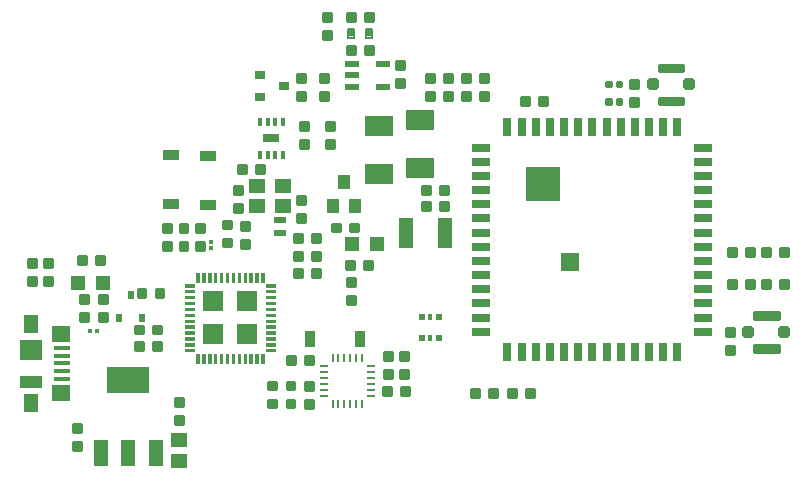
<source format=gbr>
G04 EAGLE Gerber X2 export*
%TF.Part,Single*%
%TF.FileFunction,Paste,Top*%
%TF.FilePolarity,Positive*%
%TF.GenerationSoftware,Autodesk,EAGLE,8.6.3*%
%TF.CreationDate,2023-08-17T09:40:23Z*%
G75*
%MOMM*%
%FSLAX34Y34*%
%LPD*%
%AMOC8*
5,1,8,0,0,1.08239X$1,22.5*%
G01*
%ADD10C,0.381000*%
%ADD11C,0.508000*%
%ADD12C,0.317500*%
%ADD13C,0.222250*%
%ADD14C,0.190500*%
%ADD15R,1.200000X0.550000*%
%ADD16R,1.016000X1.143000*%
%ADD17R,1.600000X0.800000*%
%ADD18R,0.800000X1.600000*%
%ADD19R,1.500000X1.500000*%
%ADD20R,3.000000X3.000000*%
%ADD21R,0.300000X0.650000*%
%ADD22R,1.375000X0.800000*%
%ADD23R,1.200000X2.500000*%
%ADD24R,0.900000X0.800000*%
%ADD25R,0.500000X0.500000*%
%ADD26R,0.400000X0.500000*%
%ADD27R,2.400000X1.800000*%
%ADD28R,1.200000X1.200000*%
%ADD29R,1.219200X2.235200*%
%ADD30R,3.600000X2.200000*%
%ADD31R,1.780000X1.780000*%
%ADD32C,0.067500*%
%ADD33R,1.380000X0.450000*%
%ADD34R,1.550000X1.425000*%
%ADD35R,1.900000X1.800000*%
%ADD36R,1.900000X1.000000*%
%ADD37R,1.300000X1.650000*%
%ADD38R,0.380000X0.400000*%
%ADD39R,0.260000X0.790000*%
%ADD40R,0.790000X0.260000*%
%ADD41R,1.400000X1.200000*%
%ADD42R,1.000000X0.500000*%
%ADD43R,0.400000X0.380000*%
%ADD44R,0.600000X0.700000*%
%ADD45R,1.400000X0.950000*%
%ADD46R,0.950000X1.400000*%
%ADD47R,1.470000X1.150000*%


D10*
X454533Y343535D02*
X435483Y343535D01*
X435483Y347345D01*
X454533Y347345D01*
X454533Y343535D01*
X454533Y347344D02*
X435483Y347344D01*
X435483Y315595D02*
X454533Y315595D01*
X435483Y315595D02*
X435483Y319405D01*
X454533Y319405D01*
X454533Y315595D01*
X454533Y319404D02*
X435483Y319404D01*
D11*
X457708Y334010D02*
X462788Y334010D01*
X462788Y328930D01*
X457708Y328930D01*
X457708Y334010D01*
X457708Y334009D02*
X462788Y334009D01*
X432308Y334010D02*
X427228Y334010D01*
X432308Y334010D02*
X432308Y328930D01*
X427228Y328930D01*
X427228Y334010D01*
X427228Y334009D02*
X432308Y334009D01*
D12*
X394145Y329882D02*
X390969Y329882D01*
X390969Y333058D01*
X394145Y333058D01*
X394145Y329882D01*
X394145Y333056D02*
X390969Y333056D01*
X399859Y329882D02*
X403035Y329882D01*
X399859Y329882D02*
X399859Y333058D01*
X403035Y333058D01*
X403035Y329882D01*
X403035Y333056D02*
X399859Y333056D01*
X394145Y314896D02*
X390969Y314896D01*
X390969Y318072D01*
X394145Y318072D01*
X394145Y314896D01*
X394145Y318070D02*
X390969Y318070D01*
X399859Y314896D02*
X403035Y314896D01*
X399859Y314896D02*
X399859Y318072D01*
X403035Y318072D01*
X403035Y314896D01*
X403035Y318070D02*
X399859Y318070D01*
D13*
X522446Y185896D02*
X529114Y185896D01*
X522446Y185896D02*
X522446Y192564D01*
X529114Y192564D01*
X529114Y185896D01*
X529114Y188118D02*
X522446Y188118D01*
X522446Y190340D02*
X529114Y190340D01*
X529114Y192562D02*
X522446Y192562D01*
X537686Y185896D02*
X544354Y185896D01*
X537686Y185896D02*
X537686Y192564D01*
X544354Y192564D01*
X544354Y185896D01*
X544354Y188118D02*
X537686Y188118D01*
X537686Y190340D02*
X544354Y190340D01*
X544354Y192562D02*
X537686Y192562D01*
X529114Y159226D02*
X522446Y159226D01*
X522446Y165894D01*
X529114Y165894D01*
X529114Y159226D01*
X529114Y161448D02*
X522446Y161448D01*
X522446Y163670D02*
X529114Y163670D01*
X529114Y165892D02*
X522446Y165892D01*
X537686Y159226D02*
X544354Y159226D01*
X537686Y159226D02*
X537686Y165894D01*
X544354Y165894D01*
X544354Y159226D01*
X544354Y161448D02*
X537686Y161448D01*
X537686Y163670D02*
X544354Y163670D01*
X544354Y165892D02*
X537686Y165892D01*
D14*
X192088Y378143D02*
X186372Y378143D01*
X192088Y378143D02*
X192088Y371157D01*
X186372Y371157D01*
X186372Y378143D01*
X186372Y373061D02*
X192088Y373061D01*
X192088Y374965D02*
X186372Y374965D01*
X186372Y376869D02*
X192088Y376869D01*
X176848Y378143D02*
X171132Y378143D01*
X176848Y378143D02*
X176848Y371157D01*
X171132Y371157D01*
X171132Y378143D01*
X171132Y373061D02*
X176848Y373061D01*
X176848Y374965D02*
X171132Y374965D01*
X171132Y376869D02*
X176848Y376869D01*
D13*
X177324Y357346D02*
X170656Y357346D01*
X170656Y364014D01*
X177324Y364014D01*
X177324Y357346D01*
X177324Y359568D02*
X170656Y359568D01*
X170656Y361790D02*
X177324Y361790D01*
X177324Y364012D02*
X170656Y364012D01*
X185896Y357346D02*
X192564Y357346D01*
X185896Y357346D02*
X185896Y364014D01*
X192564Y364014D01*
X192564Y357346D01*
X192564Y359568D02*
X185896Y359568D01*
X185896Y361790D02*
X192564Y361790D01*
X192564Y364012D02*
X185896Y364012D01*
X237966Y339884D02*
X237966Y333216D01*
X237966Y339884D02*
X244634Y339884D01*
X244634Y333216D01*
X237966Y333216D01*
X237966Y335438D02*
X244634Y335438D01*
X244634Y337660D02*
X237966Y337660D01*
X237966Y339882D02*
X244634Y339882D01*
X237966Y324644D02*
X237966Y317976D01*
X237966Y324644D02*
X244634Y324644D01*
X244634Y317976D01*
X237966Y317976D01*
X237966Y320198D02*
X244634Y320198D01*
X244634Y322420D02*
X237966Y322420D01*
X237966Y324642D02*
X244634Y324642D01*
D15*
X174960Y348590D03*
X174960Y339090D03*
X174960Y329590D03*
X200960Y329590D03*
X200960Y348590D03*
D13*
X212566Y351314D02*
X212566Y344646D01*
X212566Y351314D02*
X219234Y351314D01*
X219234Y344646D01*
X212566Y344646D01*
X212566Y346868D02*
X219234Y346868D01*
X219234Y349090D02*
X212566Y349090D01*
X212566Y351312D02*
X219234Y351312D01*
X212566Y336074D02*
X212566Y329406D01*
X212566Y336074D02*
X219234Y336074D01*
X219234Y329406D01*
X212566Y329406D01*
X212566Y331628D02*
X219234Y331628D01*
X219234Y333850D02*
X212566Y333850D01*
X212566Y336072D02*
X219234Y336072D01*
X493236Y159226D02*
X499904Y159226D01*
X493236Y159226D02*
X493236Y165894D01*
X499904Y165894D01*
X499904Y159226D01*
X499904Y161448D02*
X493236Y161448D01*
X493236Y163670D02*
X499904Y163670D01*
X499904Y165892D02*
X493236Y165892D01*
X508476Y159226D02*
X515144Y159226D01*
X508476Y159226D02*
X508476Y165894D01*
X515144Y165894D01*
X515144Y159226D01*
X515144Y161448D02*
X508476Y161448D01*
X508476Y163670D02*
X515144Y163670D01*
X515144Y165892D02*
X508476Y165892D01*
X499904Y185896D02*
X493236Y185896D01*
X493236Y192564D01*
X499904Y192564D01*
X499904Y185896D01*
X499904Y188118D02*
X493236Y188118D01*
X493236Y190340D02*
X499904Y190340D01*
X499904Y192562D02*
X493236Y192562D01*
X508476Y185896D02*
X515144Y185896D01*
X508476Y185896D02*
X508476Y192564D01*
X515144Y192564D01*
X515144Y185896D01*
X515144Y188118D02*
X508476Y188118D01*
X508476Y190340D02*
X515144Y190340D01*
X515144Y192562D02*
X508476Y192562D01*
X417354Y312896D02*
X417354Y319564D01*
X417354Y312896D02*
X410686Y312896D01*
X410686Y319564D01*
X417354Y319564D01*
X417354Y315118D02*
X410686Y315118D01*
X410686Y317340D02*
X417354Y317340D01*
X417354Y319562D02*
X410686Y319562D01*
X417354Y328136D02*
X417354Y334804D01*
X417354Y328136D02*
X410686Y328136D01*
X410686Y334804D01*
X417354Y334804D01*
X417354Y330358D02*
X410686Y330358D01*
X410686Y332580D02*
X417354Y332580D01*
X417354Y334802D02*
X410686Y334802D01*
X150336Y385286D02*
X150336Y391954D01*
X157004Y391954D01*
X157004Y385286D01*
X150336Y385286D01*
X150336Y387508D02*
X157004Y387508D01*
X157004Y389730D02*
X150336Y389730D01*
X150336Y391952D02*
X157004Y391952D01*
X150336Y376714D02*
X150336Y370046D01*
X150336Y376714D02*
X157004Y376714D01*
X157004Y370046D01*
X150336Y370046D01*
X150336Y372268D02*
X157004Y372268D01*
X157004Y374490D02*
X150336Y374490D01*
X150336Y376712D02*
X157004Y376712D01*
X185896Y391954D02*
X192564Y391954D01*
X192564Y385286D01*
X185896Y385286D01*
X185896Y391954D01*
X185896Y387508D02*
X192564Y387508D01*
X192564Y389730D02*
X185896Y389730D01*
X185896Y391952D02*
X192564Y391952D01*
X177324Y391954D02*
X170656Y391954D01*
X177324Y391954D02*
X177324Y385286D01*
X170656Y385286D01*
X170656Y391954D01*
X170656Y387508D02*
X177324Y387508D01*
X177324Y389730D02*
X170656Y389730D01*
X170656Y391952D02*
X177324Y391952D01*
D10*
X516255Y133985D02*
X535305Y133985D01*
X516255Y133985D02*
X516255Y137795D01*
X535305Y137795D01*
X535305Y133985D01*
X535305Y137794D02*
X516255Y137794D01*
X516255Y106045D02*
X535305Y106045D01*
X516255Y106045D02*
X516255Y109855D01*
X535305Y109855D01*
X535305Y106045D01*
X535305Y109854D02*
X516255Y109854D01*
D11*
X538480Y124460D02*
X543560Y124460D01*
X543560Y119380D01*
X538480Y119380D01*
X538480Y124460D01*
X538480Y124459D02*
X543560Y124459D01*
X513080Y124460D02*
X508000Y124460D01*
X513080Y124460D02*
X513080Y119380D01*
X508000Y119380D01*
X508000Y124460D01*
X508000Y124459D02*
X513080Y124459D01*
D16*
X168148Y248666D03*
X177648Y228346D03*
X158648Y228346D03*
D13*
X317976Y314166D02*
X324644Y314166D01*
X317976Y314166D02*
X317976Y320834D01*
X324644Y320834D01*
X324644Y314166D01*
X324644Y316388D02*
X317976Y316388D01*
X317976Y318610D02*
X324644Y318610D01*
X324644Y320832D02*
X317976Y320832D01*
X333216Y314166D02*
X339884Y314166D01*
X333216Y314166D02*
X333216Y320834D01*
X339884Y320834D01*
X339884Y314166D01*
X339884Y316388D02*
X333216Y316388D01*
X333216Y318610D02*
X339884Y318610D01*
X339884Y320832D02*
X333216Y320832D01*
X491966Y125254D02*
X491966Y118586D01*
X491966Y125254D02*
X498634Y125254D01*
X498634Y118586D01*
X491966Y118586D01*
X491966Y120808D02*
X498634Y120808D01*
X498634Y123030D02*
X491966Y123030D01*
X491966Y125252D02*
X498634Y125252D01*
X491966Y110014D02*
X491966Y103346D01*
X491966Y110014D02*
X498634Y110014D01*
X498634Y103346D01*
X491966Y103346D01*
X491966Y105568D02*
X498634Y105568D01*
X498634Y107790D02*
X491966Y107790D01*
X491966Y110012D02*
X498634Y110012D01*
X290354Y317976D02*
X290354Y324644D01*
X290354Y317976D02*
X283686Y317976D01*
X283686Y324644D01*
X290354Y324644D01*
X290354Y320198D02*
X283686Y320198D01*
X283686Y322420D02*
X290354Y322420D01*
X290354Y324642D02*
X283686Y324642D01*
X290354Y333216D02*
X290354Y339884D01*
X290354Y333216D02*
X283686Y333216D01*
X283686Y339884D01*
X290354Y339884D01*
X290354Y335438D02*
X283686Y335438D01*
X283686Y337660D02*
X290354Y337660D01*
X290354Y339882D02*
X283686Y339882D01*
X268446Y339884D02*
X268446Y333216D01*
X268446Y339884D02*
X275114Y339884D01*
X275114Y333216D01*
X268446Y333216D01*
X268446Y335438D02*
X275114Y335438D01*
X275114Y337660D02*
X268446Y337660D01*
X268446Y339882D02*
X275114Y339882D01*
X268446Y324644D02*
X268446Y317976D01*
X268446Y324644D02*
X275114Y324644D01*
X275114Y317976D01*
X268446Y317976D01*
X268446Y320198D02*
X275114Y320198D01*
X275114Y322420D02*
X268446Y322420D01*
X268446Y324642D02*
X275114Y324642D01*
D17*
X284460Y278000D03*
X284460Y266000D03*
X284460Y254000D03*
X284460Y242000D03*
X284460Y230000D03*
X284460Y218000D03*
X284460Y206000D03*
X284460Y194000D03*
X284460Y182000D03*
X284460Y170000D03*
X284460Y158000D03*
X284460Y146000D03*
X284460Y134000D03*
X284460Y122000D03*
D18*
X306460Y105000D03*
X318460Y105000D03*
X330460Y105000D03*
X342460Y105000D03*
X354460Y105000D03*
X366460Y105000D03*
X378460Y105000D03*
X390460Y105000D03*
X402460Y105000D03*
X414460Y105000D03*
X426460Y105000D03*
X438460Y105000D03*
X450460Y105000D03*
D17*
X472460Y122000D03*
X472460Y134000D03*
X472460Y146000D03*
X472460Y158000D03*
X472460Y170000D03*
X472460Y182000D03*
X472460Y194000D03*
X472460Y206000D03*
X472460Y218000D03*
X472460Y230000D03*
X472460Y242000D03*
X472460Y254000D03*
X472460Y266000D03*
X472460Y278000D03*
D18*
X450460Y295000D03*
X438460Y295000D03*
X426460Y295000D03*
X414460Y295000D03*
X402460Y295000D03*
X390460Y295000D03*
X378460Y295000D03*
X366460Y295000D03*
X354460Y295000D03*
X342460Y295000D03*
X330460Y295000D03*
X318460Y295000D03*
X306460Y295000D03*
D19*
X359460Y181000D03*
D20*
X336460Y247000D03*
D21*
X96930Y272000D03*
X103430Y272000D03*
X109930Y272000D03*
X116430Y272000D03*
X116430Y299500D03*
X109930Y299500D03*
X103430Y299500D03*
X96930Y299500D03*
D22*
X106680Y285750D03*
D13*
X137954Y284004D02*
X137954Y277336D01*
X131286Y277336D01*
X131286Y284004D01*
X137954Y284004D01*
X137954Y279558D02*
X131286Y279558D01*
X131286Y281780D02*
X137954Y281780D01*
X137954Y284002D02*
X131286Y284002D01*
X137954Y292576D02*
X137954Y299244D01*
X137954Y292576D02*
X131286Y292576D01*
X131286Y299244D01*
X137954Y299244D01*
X137954Y294798D02*
X131286Y294798D01*
X131286Y297020D02*
X137954Y297020D01*
X137954Y299242D02*
X131286Y299242D01*
X85376Y256762D02*
X78708Y256762D01*
X78708Y263430D01*
X85376Y263430D01*
X85376Y256762D01*
X85376Y258984D02*
X78708Y258984D01*
X78708Y261206D02*
X85376Y261206D01*
X85376Y263428D02*
X78708Y263428D01*
X93948Y256762D02*
X100616Y256762D01*
X93948Y256762D02*
X93948Y263430D01*
X100616Y263430D01*
X100616Y256762D01*
X100616Y258984D02*
X93948Y258984D01*
X93948Y261206D02*
X100616Y261206D01*
X100616Y263428D02*
X93948Y263428D01*
X259874Y317976D02*
X259874Y324644D01*
X259874Y317976D02*
X253206Y317976D01*
X253206Y324644D01*
X259874Y324644D01*
X259874Y320198D02*
X253206Y320198D01*
X253206Y322420D02*
X259874Y322420D01*
X259874Y324642D02*
X253206Y324642D01*
X259874Y333216D02*
X259874Y339884D01*
X259874Y333216D02*
X253206Y333216D01*
X253206Y339884D01*
X259874Y339884D01*
X259874Y335438D02*
X253206Y335438D01*
X253206Y337660D02*
X259874Y337660D01*
X259874Y339882D02*
X253206Y339882D01*
X-85630Y183420D02*
X-85630Y176752D01*
X-85630Y183420D02*
X-78962Y183420D01*
X-78962Y176752D01*
X-85630Y176752D01*
X-85630Y178974D02*
X-78962Y178974D01*
X-78962Y181196D02*
X-85630Y181196D01*
X-85630Y183418D02*
X-78962Y183418D01*
X-85630Y168180D02*
X-85630Y161512D01*
X-85630Y168180D02*
X-78962Y168180D01*
X-78962Y161512D01*
X-85630Y161512D01*
X-85630Y163734D02*
X-78962Y163734D01*
X-78962Y165956D02*
X-85630Y165956D01*
X-85630Y168178D02*
X-78962Y168178D01*
X234156Y238728D02*
X240824Y238728D01*
X234156Y238728D02*
X234156Y245396D01*
X240824Y245396D01*
X240824Y238728D01*
X240824Y240950D02*
X234156Y240950D01*
X234156Y243172D02*
X240824Y243172D01*
X240824Y245394D02*
X234156Y245394D01*
X249396Y238728D02*
X256064Y238728D01*
X249396Y238728D02*
X249396Y245396D01*
X256064Y245396D01*
X256064Y238728D01*
X256064Y240950D02*
X249396Y240950D01*
X249396Y243172D02*
X256064Y243172D01*
X256064Y245394D02*
X249396Y245394D01*
X240824Y225266D02*
X234156Y225266D01*
X234156Y231934D01*
X240824Y231934D01*
X240824Y225266D01*
X240824Y227488D02*
X234156Y227488D01*
X234156Y229710D02*
X240824Y229710D01*
X240824Y231932D02*
X234156Y231932D01*
X249396Y225266D02*
X256064Y225266D01*
X249396Y225266D02*
X249396Y231934D01*
X256064Y231934D01*
X256064Y225266D01*
X256064Y227488D02*
X249396Y227488D01*
X249396Y229710D02*
X256064Y229710D01*
X256064Y231932D02*
X249396Y231932D01*
D23*
X220990Y205740D03*
X253990Y205740D03*
D13*
X-92932Y168180D02*
X-92932Y161512D01*
X-99600Y161512D01*
X-99600Y168180D01*
X-92932Y168180D01*
X-92932Y163734D02*
X-99600Y163734D01*
X-99600Y165956D02*
X-92932Y165956D01*
X-92932Y168178D02*
X-99600Y168178D01*
X-92932Y176752D02*
X-92932Y183420D01*
X-92932Y176752D02*
X-99600Y176752D01*
X-99600Y183420D01*
X-92932Y183420D01*
X-92932Y178974D02*
X-99600Y178974D01*
X-99600Y181196D02*
X-92932Y181196D01*
X-92932Y183418D02*
X-99600Y183418D01*
D24*
X96680Y339700D03*
X96680Y320700D03*
X117680Y330200D03*
D13*
X152876Y299244D02*
X152876Y292576D01*
X152876Y299244D02*
X159544Y299244D01*
X159544Y292576D01*
X152876Y292576D01*
X152876Y294798D02*
X159544Y294798D01*
X159544Y297020D02*
X152876Y297020D01*
X152876Y299242D02*
X159544Y299242D01*
X152876Y284004D02*
X152876Y277336D01*
X152876Y284004D02*
X159544Y284004D01*
X159544Y277336D01*
X152876Y277336D01*
X152876Y279558D02*
X159544Y279558D01*
X159544Y281780D02*
X152876Y281780D01*
X152876Y284002D02*
X159544Y284002D01*
X147796Y333216D02*
X147796Y339884D01*
X154464Y339884D01*
X154464Y333216D01*
X147796Y333216D01*
X147796Y335438D02*
X154464Y335438D01*
X154464Y337660D02*
X147796Y337660D01*
X147796Y339882D02*
X154464Y339882D01*
X147796Y324644D02*
X147796Y317976D01*
X147796Y324644D02*
X154464Y324644D01*
X154464Y317976D01*
X147796Y317976D01*
X147796Y320198D02*
X154464Y320198D01*
X154464Y322420D02*
X147796Y322420D01*
X147796Y324642D02*
X154464Y324642D01*
X128746Y333216D02*
X128746Y339884D01*
X135414Y339884D01*
X135414Y333216D01*
X128746Y333216D01*
X128746Y335438D02*
X135414Y335438D01*
X135414Y337660D02*
X128746Y337660D01*
X128746Y339882D02*
X135414Y339882D01*
X128746Y324644D02*
X128746Y317976D01*
X128746Y324644D02*
X135414Y324644D01*
X135414Y317976D01*
X128746Y317976D01*
X128746Y320198D02*
X135414Y320198D01*
X135414Y322420D02*
X128746Y322420D01*
X128746Y324642D02*
X135414Y324642D01*
D25*
X248800Y134730D03*
D26*
X241300Y134730D03*
D25*
X233800Y134730D03*
X233800Y116730D03*
D26*
X241300Y116730D03*
D25*
X248800Y116730D03*
D27*
X198120Y255594D03*
X198120Y296094D03*
X232410Y301174D03*
X232410Y260674D03*
D28*
X174666Y196088D03*
X195666Y196088D03*
D13*
X179801Y213646D02*
X173133Y213646D01*
X179801Y213646D02*
X179801Y206978D01*
X173133Y206978D01*
X173133Y213646D01*
X173133Y209200D02*
X179801Y209200D01*
X179801Y211422D02*
X173133Y211422D01*
X173133Y213644D02*
X179801Y213644D01*
X164561Y213646D02*
X157893Y213646D01*
X164561Y213646D02*
X164561Y206978D01*
X157893Y206978D01*
X157893Y213646D01*
X157893Y209200D02*
X164561Y209200D01*
X164561Y211422D02*
X157893Y211422D01*
X157893Y213644D02*
X164561Y213644D01*
D29*
X-37592Y19558D03*
X-14478Y19558D03*
X8636Y19558D03*
D30*
X-14478Y81536D03*
D13*
X-61500Y44228D02*
X-61500Y37560D01*
X-61500Y44228D02*
X-54832Y44228D01*
X-54832Y37560D01*
X-61500Y37560D01*
X-61500Y39782D02*
X-54832Y39782D01*
X-54832Y42004D02*
X-61500Y42004D01*
X-61500Y44226D02*
X-54832Y44226D01*
X-61500Y28988D02*
X-61500Y22320D01*
X-61500Y28988D02*
X-54832Y28988D01*
X-54832Y22320D01*
X-61500Y22320D01*
X-61500Y24542D02*
X-54832Y24542D01*
X-54832Y26764D02*
X-61500Y26764D01*
X-61500Y28986D02*
X-54832Y28986D01*
X25368Y59150D02*
X25368Y65818D01*
X32036Y65818D01*
X32036Y59150D01*
X25368Y59150D01*
X25368Y61372D02*
X32036Y61372D01*
X32036Y63594D02*
X25368Y63594D01*
X25368Y65816D02*
X32036Y65816D01*
X25368Y50578D02*
X25368Y43910D01*
X25368Y50578D02*
X32036Y50578D01*
X32036Y43910D01*
X25368Y43910D01*
X25368Y46132D02*
X32036Y46132D01*
X32036Y48354D02*
X25368Y48354D01*
X25368Y50576D02*
X32036Y50576D01*
D28*
X-56982Y163068D03*
X-35982Y163068D03*
D13*
X-50260Y179800D02*
X-56928Y179800D01*
X-56928Y186468D01*
X-50260Y186468D01*
X-50260Y179800D01*
X-50260Y182022D02*
X-56928Y182022D01*
X-56928Y184244D02*
X-50260Y184244D01*
X-50260Y186466D02*
X-56928Y186466D01*
X-41688Y179800D02*
X-35020Y179800D01*
X-41688Y179800D02*
X-41688Y186468D01*
X-35020Y186468D01*
X-35020Y179800D01*
X-35020Y182022D02*
X-41688Y182022D01*
X-41688Y184244D02*
X-35020Y184244D01*
X-35020Y186466D02*
X-41688Y186466D01*
D31*
X85628Y147858D03*
X85628Y119858D03*
X57628Y147858D03*
X57628Y119858D03*
D32*
X41341Y160345D02*
X33315Y160345D01*
X33315Y162371D01*
X41341Y162371D01*
X41341Y160345D01*
X41341Y161019D02*
X33315Y161019D01*
X33315Y161693D02*
X41341Y161693D01*
X41341Y162367D02*
X33315Y162367D01*
X33315Y155345D02*
X41341Y155345D01*
X33315Y155345D02*
X33315Y157371D01*
X41341Y157371D01*
X41341Y155345D01*
X41341Y156019D02*
X33315Y156019D01*
X33315Y156693D02*
X41341Y156693D01*
X41341Y157367D02*
X33315Y157367D01*
X33315Y150345D02*
X41341Y150345D01*
X33315Y150345D02*
X33315Y152371D01*
X41341Y152371D01*
X41341Y150345D01*
X41341Y151019D02*
X33315Y151019D01*
X33315Y151693D02*
X41341Y151693D01*
X41341Y152367D02*
X33315Y152367D01*
X33315Y145345D02*
X41341Y145345D01*
X33315Y145345D02*
X33315Y147371D01*
X41341Y147371D01*
X41341Y145345D01*
X41341Y146019D02*
X33315Y146019D01*
X33315Y146693D02*
X41341Y146693D01*
X41341Y147367D02*
X33315Y147367D01*
X33315Y140345D02*
X41341Y140345D01*
X33315Y140345D02*
X33315Y142371D01*
X41341Y142371D01*
X41341Y140345D01*
X41341Y141019D02*
X33315Y141019D01*
X33315Y141693D02*
X41341Y141693D01*
X41341Y142367D02*
X33315Y142367D01*
X33315Y135345D02*
X41341Y135345D01*
X33315Y135345D02*
X33315Y137371D01*
X41341Y137371D01*
X41341Y135345D01*
X41341Y136019D02*
X33315Y136019D01*
X33315Y136693D02*
X41341Y136693D01*
X41341Y137367D02*
X33315Y137367D01*
X33315Y130345D02*
X41341Y130345D01*
X33315Y130345D02*
X33315Y132371D01*
X41341Y132371D01*
X41341Y130345D01*
X41341Y131019D02*
X33315Y131019D01*
X33315Y131693D02*
X41341Y131693D01*
X41341Y132367D02*
X33315Y132367D01*
X33315Y125345D02*
X41341Y125345D01*
X33315Y125345D02*
X33315Y127371D01*
X41341Y127371D01*
X41341Y125345D01*
X41341Y126019D02*
X33315Y126019D01*
X33315Y126693D02*
X41341Y126693D01*
X41341Y127367D02*
X33315Y127367D01*
X33315Y120345D02*
X41341Y120345D01*
X33315Y120345D02*
X33315Y122371D01*
X41341Y122371D01*
X41341Y120345D01*
X41341Y121019D02*
X33315Y121019D01*
X33315Y121693D02*
X41341Y121693D01*
X41341Y122367D02*
X33315Y122367D01*
X33315Y115345D02*
X41341Y115345D01*
X33315Y115345D02*
X33315Y117371D01*
X41341Y117371D01*
X41341Y115345D01*
X41341Y116019D02*
X33315Y116019D01*
X33315Y116693D02*
X41341Y116693D01*
X41341Y117367D02*
X33315Y117367D01*
X33315Y110345D02*
X41341Y110345D01*
X33315Y110345D02*
X33315Y112371D01*
X41341Y112371D01*
X41341Y110345D01*
X41341Y111019D02*
X33315Y111019D01*
X33315Y111693D02*
X41341Y111693D01*
X41341Y112367D02*
X33315Y112367D01*
X33315Y105345D02*
X41341Y105345D01*
X33315Y105345D02*
X33315Y107371D01*
X41341Y107371D01*
X41341Y105345D01*
X41341Y106019D02*
X33315Y106019D01*
X33315Y106693D02*
X41341Y106693D01*
X41341Y107367D02*
X33315Y107367D01*
X101915Y105345D02*
X109941Y105345D01*
X101915Y105345D02*
X101915Y107371D01*
X109941Y107371D01*
X109941Y105345D01*
X109941Y106019D02*
X101915Y106019D01*
X101915Y106693D02*
X109941Y106693D01*
X109941Y107367D02*
X101915Y107367D01*
X101915Y110345D02*
X109941Y110345D01*
X101915Y110345D02*
X101915Y112371D01*
X109941Y112371D01*
X109941Y110345D01*
X109941Y111019D02*
X101915Y111019D01*
X101915Y111693D02*
X109941Y111693D01*
X109941Y112367D02*
X101915Y112367D01*
X101915Y115345D02*
X109941Y115345D01*
X101915Y115345D02*
X101915Y117371D01*
X109941Y117371D01*
X109941Y115345D01*
X109941Y116019D02*
X101915Y116019D01*
X101915Y116693D02*
X109941Y116693D01*
X109941Y117367D02*
X101915Y117367D01*
X101915Y120345D02*
X109941Y120345D01*
X101915Y120345D02*
X101915Y122371D01*
X109941Y122371D01*
X109941Y120345D01*
X109941Y121019D02*
X101915Y121019D01*
X101915Y121693D02*
X109941Y121693D01*
X109941Y122367D02*
X101915Y122367D01*
X101915Y125345D02*
X109941Y125345D01*
X101915Y125345D02*
X101915Y127371D01*
X109941Y127371D01*
X109941Y125345D01*
X109941Y126019D02*
X101915Y126019D01*
X101915Y126693D02*
X109941Y126693D01*
X109941Y127367D02*
X101915Y127367D01*
X101915Y130345D02*
X109941Y130345D01*
X101915Y130345D02*
X101915Y132371D01*
X109941Y132371D01*
X109941Y130345D01*
X109941Y131019D02*
X101915Y131019D01*
X101915Y131693D02*
X109941Y131693D01*
X109941Y132367D02*
X101915Y132367D01*
X101915Y135345D02*
X109941Y135345D01*
X101915Y135345D02*
X101915Y137371D01*
X109941Y137371D01*
X109941Y135345D01*
X109941Y136019D02*
X101915Y136019D01*
X101915Y136693D02*
X109941Y136693D01*
X109941Y137367D02*
X101915Y137367D01*
X101915Y140345D02*
X109941Y140345D01*
X101915Y140345D02*
X101915Y142371D01*
X109941Y142371D01*
X109941Y140345D01*
X109941Y141019D02*
X101915Y141019D01*
X101915Y141693D02*
X109941Y141693D01*
X109941Y142367D02*
X101915Y142367D01*
X101915Y145345D02*
X109941Y145345D01*
X101915Y145345D02*
X101915Y147371D01*
X109941Y147371D01*
X109941Y145345D01*
X109941Y146019D02*
X101915Y146019D01*
X101915Y146693D02*
X109941Y146693D01*
X109941Y147367D02*
X101915Y147367D01*
X101915Y150345D02*
X109941Y150345D01*
X101915Y150345D02*
X101915Y152371D01*
X109941Y152371D01*
X109941Y150345D01*
X109941Y151019D02*
X101915Y151019D01*
X101915Y151693D02*
X109941Y151693D01*
X109941Y152367D02*
X101915Y152367D01*
X101915Y155345D02*
X109941Y155345D01*
X101915Y155345D02*
X101915Y157371D01*
X109941Y157371D01*
X109941Y155345D01*
X109941Y156019D02*
X101915Y156019D01*
X101915Y156693D02*
X109941Y156693D01*
X109941Y157367D02*
X101915Y157367D01*
X101915Y160345D02*
X109941Y160345D01*
X101915Y160345D02*
X101915Y162371D01*
X109941Y162371D01*
X109941Y160345D01*
X109941Y161019D02*
X101915Y161019D01*
X101915Y161693D02*
X109941Y161693D01*
X109941Y162367D02*
X101915Y162367D01*
X98115Y164145D02*
X98115Y172171D01*
X100141Y172171D01*
X100141Y164145D01*
X98115Y164145D01*
X98115Y164819D02*
X100141Y164819D01*
X100141Y165493D02*
X98115Y165493D01*
X98115Y166167D02*
X100141Y166167D01*
X100141Y166841D02*
X98115Y166841D01*
X98115Y167515D02*
X100141Y167515D01*
X100141Y168189D02*
X98115Y168189D01*
X98115Y168863D02*
X100141Y168863D01*
X100141Y169537D02*
X98115Y169537D01*
X98115Y170211D02*
X100141Y170211D01*
X100141Y170885D02*
X98115Y170885D01*
X98115Y171559D02*
X100141Y171559D01*
X93115Y172171D02*
X93115Y164145D01*
X93115Y172171D02*
X95141Y172171D01*
X95141Y164145D01*
X93115Y164145D01*
X93115Y164819D02*
X95141Y164819D01*
X95141Y165493D02*
X93115Y165493D01*
X93115Y166167D02*
X95141Y166167D01*
X95141Y166841D02*
X93115Y166841D01*
X93115Y167515D02*
X95141Y167515D01*
X95141Y168189D02*
X93115Y168189D01*
X93115Y168863D02*
X95141Y168863D01*
X95141Y169537D02*
X93115Y169537D01*
X93115Y170211D02*
X95141Y170211D01*
X95141Y170885D02*
X93115Y170885D01*
X93115Y171559D02*
X95141Y171559D01*
X88115Y172171D02*
X88115Y164145D01*
X88115Y172171D02*
X90141Y172171D01*
X90141Y164145D01*
X88115Y164145D01*
X88115Y164819D02*
X90141Y164819D01*
X90141Y165493D02*
X88115Y165493D01*
X88115Y166167D02*
X90141Y166167D01*
X90141Y166841D02*
X88115Y166841D01*
X88115Y167515D02*
X90141Y167515D01*
X90141Y168189D02*
X88115Y168189D01*
X88115Y168863D02*
X90141Y168863D01*
X90141Y169537D02*
X88115Y169537D01*
X88115Y170211D02*
X90141Y170211D01*
X90141Y170885D02*
X88115Y170885D01*
X88115Y171559D02*
X90141Y171559D01*
X83115Y172171D02*
X83115Y164145D01*
X83115Y172171D02*
X85141Y172171D01*
X85141Y164145D01*
X83115Y164145D01*
X83115Y164819D02*
X85141Y164819D01*
X85141Y165493D02*
X83115Y165493D01*
X83115Y166167D02*
X85141Y166167D01*
X85141Y166841D02*
X83115Y166841D01*
X83115Y167515D02*
X85141Y167515D01*
X85141Y168189D02*
X83115Y168189D01*
X83115Y168863D02*
X85141Y168863D01*
X85141Y169537D02*
X83115Y169537D01*
X83115Y170211D02*
X85141Y170211D01*
X85141Y170885D02*
X83115Y170885D01*
X83115Y171559D02*
X85141Y171559D01*
X78115Y172171D02*
X78115Y164145D01*
X78115Y172171D02*
X80141Y172171D01*
X80141Y164145D01*
X78115Y164145D01*
X78115Y164819D02*
X80141Y164819D01*
X80141Y165493D02*
X78115Y165493D01*
X78115Y166167D02*
X80141Y166167D01*
X80141Y166841D02*
X78115Y166841D01*
X78115Y167515D02*
X80141Y167515D01*
X80141Y168189D02*
X78115Y168189D01*
X78115Y168863D02*
X80141Y168863D01*
X80141Y169537D02*
X78115Y169537D01*
X78115Y170211D02*
X80141Y170211D01*
X80141Y170885D02*
X78115Y170885D01*
X78115Y171559D02*
X80141Y171559D01*
X73115Y172171D02*
X73115Y164145D01*
X73115Y172171D02*
X75141Y172171D01*
X75141Y164145D01*
X73115Y164145D01*
X73115Y164819D02*
X75141Y164819D01*
X75141Y165493D02*
X73115Y165493D01*
X73115Y166167D02*
X75141Y166167D01*
X75141Y166841D02*
X73115Y166841D01*
X73115Y167515D02*
X75141Y167515D01*
X75141Y168189D02*
X73115Y168189D01*
X73115Y168863D02*
X75141Y168863D01*
X75141Y169537D02*
X73115Y169537D01*
X73115Y170211D02*
X75141Y170211D01*
X75141Y170885D02*
X73115Y170885D01*
X73115Y171559D02*
X75141Y171559D01*
X68115Y172171D02*
X68115Y164145D01*
X68115Y172171D02*
X70141Y172171D01*
X70141Y164145D01*
X68115Y164145D01*
X68115Y164819D02*
X70141Y164819D01*
X70141Y165493D02*
X68115Y165493D01*
X68115Y166167D02*
X70141Y166167D01*
X70141Y166841D02*
X68115Y166841D01*
X68115Y167515D02*
X70141Y167515D01*
X70141Y168189D02*
X68115Y168189D01*
X68115Y168863D02*
X70141Y168863D01*
X70141Y169537D02*
X68115Y169537D01*
X68115Y170211D02*
X70141Y170211D01*
X70141Y170885D02*
X68115Y170885D01*
X68115Y171559D02*
X70141Y171559D01*
X63115Y172171D02*
X63115Y164145D01*
X63115Y172171D02*
X65141Y172171D01*
X65141Y164145D01*
X63115Y164145D01*
X63115Y164819D02*
X65141Y164819D01*
X65141Y165493D02*
X63115Y165493D01*
X63115Y166167D02*
X65141Y166167D01*
X65141Y166841D02*
X63115Y166841D01*
X63115Y167515D02*
X65141Y167515D01*
X65141Y168189D02*
X63115Y168189D01*
X63115Y168863D02*
X65141Y168863D01*
X65141Y169537D02*
X63115Y169537D01*
X63115Y170211D02*
X65141Y170211D01*
X65141Y170885D02*
X63115Y170885D01*
X63115Y171559D02*
X65141Y171559D01*
X58115Y172171D02*
X58115Y164145D01*
X58115Y172171D02*
X60141Y172171D01*
X60141Y164145D01*
X58115Y164145D01*
X58115Y164819D02*
X60141Y164819D01*
X60141Y165493D02*
X58115Y165493D01*
X58115Y166167D02*
X60141Y166167D01*
X60141Y166841D02*
X58115Y166841D01*
X58115Y167515D02*
X60141Y167515D01*
X60141Y168189D02*
X58115Y168189D01*
X58115Y168863D02*
X60141Y168863D01*
X60141Y169537D02*
X58115Y169537D01*
X58115Y170211D02*
X60141Y170211D01*
X60141Y170885D02*
X58115Y170885D01*
X58115Y171559D02*
X60141Y171559D01*
X53115Y172171D02*
X53115Y164145D01*
X53115Y172171D02*
X55141Y172171D01*
X55141Y164145D01*
X53115Y164145D01*
X53115Y164819D02*
X55141Y164819D01*
X55141Y165493D02*
X53115Y165493D01*
X53115Y166167D02*
X55141Y166167D01*
X55141Y166841D02*
X53115Y166841D01*
X53115Y167515D02*
X55141Y167515D01*
X55141Y168189D02*
X53115Y168189D01*
X53115Y168863D02*
X55141Y168863D01*
X55141Y169537D02*
X53115Y169537D01*
X53115Y170211D02*
X55141Y170211D01*
X55141Y170885D02*
X53115Y170885D01*
X53115Y171559D02*
X55141Y171559D01*
X48115Y172171D02*
X48115Y164145D01*
X48115Y172171D02*
X50141Y172171D01*
X50141Y164145D01*
X48115Y164145D01*
X48115Y164819D02*
X50141Y164819D01*
X50141Y165493D02*
X48115Y165493D01*
X48115Y166167D02*
X50141Y166167D01*
X50141Y166841D02*
X48115Y166841D01*
X48115Y167515D02*
X50141Y167515D01*
X50141Y168189D02*
X48115Y168189D01*
X48115Y168863D02*
X50141Y168863D01*
X50141Y169537D02*
X48115Y169537D01*
X48115Y170211D02*
X50141Y170211D01*
X50141Y170885D02*
X48115Y170885D01*
X48115Y171559D02*
X50141Y171559D01*
X43115Y172171D02*
X43115Y164145D01*
X43115Y172171D02*
X45141Y172171D01*
X45141Y164145D01*
X43115Y164145D01*
X43115Y164819D02*
X45141Y164819D01*
X45141Y165493D02*
X43115Y165493D01*
X43115Y166167D02*
X45141Y166167D01*
X45141Y166841D02*
X43115Y166841D01*
X43115Y167515D02*
X45141Y167515D01*
X45141Y168189D02*
X43115Y168189D01*
X43115Y168863D02*
X45141Y168863D01*
X45141Y169537D02*
X43115Y169537D01*
X43115Y170211D02*
X45141Y170211D01*
X45141Y170885D02*
X43115Y170885D01*
X43115Y171559D02*
X45141Y171559D01*
X43115Y103571D02*
X43115Y95545D01*
X43115Y103571D02*
X45141Y103571D01*
X45141Y95545D01*
X43115Y95545D01*
X43115Y96219D02*
X45141Y96219D01*
X45141Y96893D02*
X43115Y96893D01*
X43115Y97567D02*
X45141Y97567D01*
X45141Y98241D02*
X43115Y98241D01*
X43115Y98915D02*
X45141Y98915D01*
X45141Y99589D02*
X43115Y99589D01*
X43115Y100263D02*
X45141Y100263D01*
X45141Y100937D02*
X43115Y100937D01*
X43115Y101611D02*
X45141Y101611D01*
X45141Y102285D02*
X43115Y102285D01*
X43115Y102959D02*
X45141Y102959D01*
X48115Y103571D02*
X48115Y95545D01*
X48115Y103571D02*
X50141Y103571D01*
X50141Y95545D01*
X48115Y95545D01*
X48115Y96219D02*
X50141Y96219D01*
X50141Y96893D02*
X48115Y96893D01*
X48115Y97567D02*
X50141Y97567D01*
X50141Y98241D02*
X48115Y98241D01*
X48115Y98915D02*
X50141Y98915D01*
X50141Y99589D02*
X48115Y99589D01*
X48115Y100263D02*
X50141Y100263D01*
X50141Y100937D02*
X48115Y100937D01*
X48115Y101611D02*
X50141Y101611D01*
X50141Y102285D02*
X48115Y102285D01*
X48115Y102959D02*
X50141Y102959D01*
X53115Y103571D02*
X53115Y95545D01*
X53115Y103571D02*
X55141Y103571D01*
X55141Y95545D01*
X53115Y95545D01*
X53115Y96219D02*
X55141Y96219D01*
X55141Y96893D02*
X53115Y96893D01*
X53115Y97567D02*
X55141Y97567D01*
X55141Y98241D02*
X53115Y98241D01*
X53115Y98915D02*
X55141Y98915D01*
X55141Y99589D02*
X53115Y99589D01*
X53115Y100263D02*
X55141Y100263D01*
X55141Y100937D02*
X53115Y100937D01*
X53115Y101611D02*
X55141Y101611D01*
X55141Y102285D02*
X53115Y102285D01*
X53115Y102959D02*
X55141Y102959D01*
X58115Y103571D02*
X58115Y95545D01*
X58115Y103571D02*
X60141Y103571D01*
X60141Y95545D01*
X58115Y95545D01*
X58115Y96219D02*
X60141Y96219D01*
X60141Y96893D02*
X58115Y96893D01*
X58115Y97567D02*
X60141Y97567D01*
X60141Y98241D02*
X58115Y98241D01*
X58115Y98915D02*
X60141Y98915D01*
X60141Y99589D02*
X58115Y99589D01*
X58115Y100263D02*
X60141Y100263D01*
X60141Y100937D02*
X58115Y100937D01*
X58115Y101611D02*
X60141Y101611D01*
X60141Y102285D02*
X58115Y102285D01*
X58115Y102959D02*
X60141Y102959D01*
X63115Y103571D02*
X63115Y95545D01*
X63115Y103571D02*
X65141Y103571D01*
X65141Y95545D01*
X63115Y95545D01*
X63115Y96219D02*
X65141Y96219D01*
X65141Y96893D02*
X63115Y96893D01*
X63115Y97567D02*
X65141Y97567D01*
X65141Y98241D02*
X63115Y98241D01*
X63115Y98915D02*
X65141Y98915D01*
X65141Y99589D02*
X63115Y99589D01*
X63115Y100263D02*
X65141Y100263D01*
X65141Y100937D02*
X63115Y100937D01*
X63115Y101611D02*
X65141Y101611D01*
X65141Y102285D02*
X63115Y102285D01*
X63115Y102959D02*
X65141Y102959D01*
X68115Y103571D02*
X68115Y95545D01*
X68115Y103571D02*
X70141Y103571D01*
X70141Y95545D01*
X68115Y95545D01*
X68115Y96219D02*
X70141Y96219D01*
X70141Y96893D02*
X68115Y96893D01*
X68115Y97567D02*
X70141Y97567D01*
X70141Y98241D02*
X68115Y98241D01*
X68115Y98915D02*
X70141Y98915D01*
X70141Y99589D02*
X68115Y99589D01*
X68115Y100263D02*
X70141Y100263D01*
X70141Y100937D02*
X68115Y100937D01*
X68115Y101611D02*
X70141Y101611D01*
X70141Y102285D02*
X68115Y102285D01*
X68115Y102959D02*
X70141Y102959D01*
X73115Y103571D02*
X73115Y95545D01*
X73115Y103571D02*
X75141Y103571D01*
X75141Y95545D01*
X73115Y95545D01*
X73115Y96219D02*
X75141Y96219D01*
X75141Y96893D02*
X73115Y96893D01*
X73115Y97567D02*
X75141Y97567D01*
X75141Y98241D02*
X73115Y98241D01*
X73115Y98915D02*
X75141Y98915D01*
X75141Y99589D02*
X73115Y99589D01*
X73115Y100263D02*
X75141Y100263D01*
X75141Y100937D02*
X73115Y100937D01*
X73115Y101611D02*
X75141Y101611D01*
X75141Y102285D02*
X73115Y102285D01*
X73115Y102959D02*
X75141Y102959D01*
X78115Y103571D02*
X78115Y95545D01*
X78115Y103571D02*
X80141Y103571D01*
X80141Y95545D01*
X78115Y95545D01*
X78115Y96219D02*
X80141Y96219D01*
X80141Y96893D02*
X78115Y96893D01*
X78115Y97567D02*
X80141Y97567D01*
X80141Y98241D02*
X78115Y98241D01*
X78115Y98915D02*
X80141Y98915D01*
X80141Y99589D02*
X78115Y99589D01*
X78115Y100263D02*
X80141Y100263D01*
X80141Y100937D02*
X78115Y100937D01*
X78115Y101611D02*
X80141Y101611D01*
X80141Y102285D02*
X78115Y102285D01*
X78115Y102959D02*
X80141Y102959D01*
X83115Y103571D02*
X83115Y95545D01*
X83115Y103571D02*
X85141Y103571D01*
X85141Y95545D01*
X83115Y95545D01*
X83115Y96219D02*
X85141Y96219D01*
X85141Y96893D02*
X83115Y96893D01*
X83115Y97567D02*
X85141Y97567D01*
X85141Y98241D02*
X83115Y98241D01*
X83115Y98915D02*
X85141Y98915D01*
X85141Y99589D02*
X83115Y99589D01*
X83115Y100263D02*
X85141Y100263D01*
X85141Y100937D02*
X83115Y100937D01*
X83115Y101611D02*
X85141Y101611D01*
X85141Y102285D02*
X83115Y102285D01*
X83115Y102959D02*
X85141Y102959D01*
X88115Y103571D02*
X88115Y95545D01*
X88115Y103571D02*
X90141Y103571D01*
X90141Y95545D01*
X88115Y95545D01*
X88115Y96219D02*
X90141Y96219D01*
X90141Y96893D02*
X88115Y96893D01*
X88115Y97567D02*
X90141Y97567D01*
X90141Y98241D02*
X88115Y98241D01*
X88115Y98915D02*
X90141Y98915D01*
X90141Y99589D02*
X88115Y99589D01*
X88115Y100263D02*
X90141Y100263D01*
X90141Y100937D02*
X88115Y100937D01*
X88115Y101611D02*
X90141Y101611D01*
X90141Y102285D02*
X88115Y102285D01*
X88115Y102959D02*
X90141Y102959D01*
X93115Y103571D02*
X93115Y95545D01*
X93115Y103571D02*
X95141Y103571D01*
X95141Y95545D01*
X93115Y95545D01*
X93115Y96219D02*
X95141Y96219D01*
X95141Y96893D02*
X93115Y96893D01*
X93115Y97567D02*
X95141Y97567D01*
X95141Y98241D02*
X93115Y98241D01*
X93115Y98915D02*
X95141Y98915D01*
X95141Y99589D02*
X93115Y99589D01*
X93115Y100263D02*
X95141Y100263D01*
X95141Y100937D02*
X93115Y100937D01*
X93115Y101611D02*
X95141Y101611D01*
X95141Y102285D02*
X93115Y102285D01*
X93115Y102959D02*
X95141Y102959D01*
X98115Y103571D02*
X98115Y95545D01*
X98115Y103571D02*
X100141Y103571D01*
X100141Y95545D01*
X98115Y95545D01*
X98115Y96219D02*
X100141Y96219D01*
X100141Y96893D02*
X98115Y96893D01*
X98115Y97567D02*
X100141Y97567D01*
X100141Y98241D02*
X98115Y98241D01*
X98115Y98915D02*
X100141Y98915D01*
X100141Y99589D02*
X98115Y99589D01*
X98115Y100263D02*
X100141Y100263D01*
X100141Y100937D02*
X98115Y100937D01*
X98115Y101611D02*
X100141Y101611D01*
X100141Y102285D02*
X98115Y102285D01*
X98115Y102959D02*
X100141Y102959D01*
D13*
X119602Y94710D02*
X126270Y94710D01*
X119602Y94710D02*
X119602Y101378D01*
X126270Y101378D01*
X126270Y94710D01*
X126270Y96932D02*
X119602Y96932D01*
X119602Y99154D02*
X126270Y99154D01*
X126270Y101376D02*
X119602Y101376D01*
X134842Y94710D02*
X141510Y94710D01*
X134842Y94710D02*
X134842Y101378D01*
X141510Y101378D01*
X141510Y94710D01*
X141510Y96932D02*
X134842Y96932D01*
X134842Y99154D02*
X141510Y99154D01*
X141510Y101376D02*
X134842Y101376D01*
D33*
X-70682Y108250D03*
X-70682Y101750D03*
X-70682Y95250D03*
X-70682Y88750D03*
X-70682Y82250D03*
D34*
X-71532Y70375D03*
X-71532Y120125D03*
D35*
X-97282Y106750D03*
D36*
X-97282Y79750D03*
D37*
X-97282Y129000D03*
X-97282Y61500D03*
D38*
X-47006Y122936D03*
X-41386Y122936D03*
D13*
X-55658Y146526D02*
X-55658Y153194D01*
X-48990Y153194D01*
X-48990Y146526D01*
X-55658Y146526D01*
X-55658Y148748D02*
X-48990Y148748D01*
X-48990Y150970D02*
X-55658Y150970D01*
X-55658Y153192D02*
X-48990Y153192D01*
X-55658Y137954D02*
X-55658Y131286D01*
X-55658Y137954D02*
X-48990Y137954D01*
X-48990Y131286D01*
X-55658Y131286D01*
X-55658Y133508D02*
X-48990Y133508D01*
X-48990Y135730D02*
X-55658Y135730D01*
X-55658Y137952D02*
X-48990Y137952D01*
X-39402Y146780D02*
X-39402Y153448D01*
X-32734Y153448D01*
X-32734Y146780D01*
X-39402Y146780D01*
X-39402Y149002D02*
X-32734Y149002D01*
X-32734Y151224D02*
X-39402Y151224D01*
X-39402Y153446D02*
X-32734Y153446D01*
X-39402Y138208D02*
X-39402Y131540D01*
X-39402Y138208D02*
X-32734Y138208D01*
X-32734Y131540D01*
X-39402Y131540D01*
X-39402Y133762D02*
X-32734Y133762D01*
X-32734Y135984D02*
X-39402Y135984D01*
X-39402Y138206D02*
X-32734Y138206D01*
X21622Y191484D02*
X21622Y198152D01*
X21622Y191484D02*
X14954Y191484D01*
X14954Y198152D01*
X21622Y198152D01*
X21622Y193706D02*
X14954Y193706D01*
X14954Y195928D02*
X21622Y195928D01*
X21622Y198150D02*
X14954Y198150D01*
X21622Y206724D02*
X21622Y213392D01*
X21622Y206724D02*
X14954Y206724D01*
X14954Y213392D01*
X21622Y213392D01*
X21622Y208946D02*
X14954Y208946D01*
X14954Y211168D02*
X21622Y211168D01*
X21622Y213390D02*
X14954Y213390D01*
X140938Y189516D02*
X147606Y189516D01*
X147606Y182848D01*
X140938Y182848D01*
X140938Y189516D01*
X140938Y185070D02*
X147606Y185070D01*
X147606Y187292D02*
X140938Y187292D01*
X140938Y189514D02*
X147606Y189514D01*
X132366Y189516D02*
X125698Y189516D01*
X132366Y189516D02*
X132366Y182848D01*
X125698Y182848D01*
X125698Y189516D01*
X125698Y185070D02*
X132366Y185070D01*
X132366Y187292D02*
X125698Y187292D01*
X125698Y189514D02*
X132366Y189514D01*
X15272Y158147D02*
X8604Y158147D01*
X15272Y158147D02*
X15272Y151479D01*
X8604Y151479D01*
X8604Y158147D01*
X8604Y153701D02*
X15272Y153701D01*
X15272Y155923D02*
X8604Y155923D01*
X8604Y158145D02*
X15272Y158145D01*
X32Y158147D02*
X-6636Y158147D01*
X32Y158147D02*
X32Y151479D01*
X-6636Y151479D01*
X-6636Y158147D01*
X-6636Y153701D02*
X32Y153701D01*
X32Y155923D02*
X-6636Y155923D01*
X-6636Y158145D02*
X32Y158145D01*
X-2254Y106902D02*
X-8922Y106902D01*
X-8922Y113570D01*
X-2254Y113570D01*
X-2254Y106902D01*
X-2254Y109124D02*
X-8922Y109124D01*
X-8922Y111346D02*
X-2254Y111346D01*
X-2254Y113568D02*
X-8922Y113568D01*
X6318Y106902D02*
X12986Y106902D01*
X6318Y106902D02*
X6318Y113570D01*
X12986Y113570D01*
X12986Y106902D01*
X12986Y109124D02*
X6318Y109124D01*
X6318Y111346D02*
X12986Y111346D01*
X12986Y113568D02*
X6318Y113568D01*
X110395Y64675D02*
X110395Y58007D01*
X103727Y58007D01*
X103727Y64675D01*
X110395Y64675D01*
X110395Y60229D02*
X103727Y60229D01*
X103727Y62451D02*
X110395Y62451D01*
X110395Y64673D02*
X103727Y64673D01*
X110395Y73247D02*
X110395Y79915D01*
X110395Y73247D02*
X103727Y73247D01*
X103727Y79915D01*
X110395Y79915D01*
X110395Y75469D02*
X103727Y75469D01*
X103727Y77691D02*
X110395Y77691D01*
X110395Y79913D02*
X103727Y79913D01*
X141446Y174784D02*
X148114Y174784D01*
X148114Y168116D01*
X141446Y168116D01*
X141446Y174784D01*
X141446Y170338D02*
X148114Y170338D01*
X148114Y172560D02*
X141446Y172560D01*
X141446Y174782D02*
X148114Y174782D01*
X132874Y174784D02*
X126206Y174784D01*
X132874Y174784D02*
X132874Y168116D01*
X126206Y168116D01*
X126206Y174784D01*
X126206Y170338D02*
X132874Y170338D01*
X132874Y172560D02*
X126206Y172560D01*
X126206Y174782D02*
X132874Y174782D01*
X-2254Y120618D02*
X-8922Y120618D01*
X-8922Y127286D01*
X-2254Y127286D01*
X-2254Y120618D01*
X-2254Y122840D02*
X-8922Y122840D01*
X-8922Y125062D02*
X-2254Y125062D01*
X-2254Y127284D02*
X-8922Y127284D01*
X6318Y120618D02*
X12986Y120618D01*
X6318Y120618D02*
X6318Y127286D01*
X12986Y127286D01*
X12986Y120618D01*
X12986Y122840D02*
X6318Y122840D01*
X6318Y125062D02*
X12986Y125062D01*
X12986Y127284D02*
X6318Y127284D01*
D39*
X183442Y100218D03*
X178442Y100218D03*
X173442Y100218D03*
X168442Y100218D03*
X163442Y100218D03*
X158442Y100218D03*
D40*
X151242Y93018D03*
X151242Y88018D03*
X151242Y83018D03*
X151242Y78018D03*
X151242Y73018D03*
X151242Y68018D03*
D39*
X158442Y60818D03*
X163442Y60818D03*
X168442Y60818D03*
X173442Y60818D03*
X178442Y60818D03*
X183442Y60818D03*
D40*
X190642Y68018D03*
X190642Y73018D03*
X190642Y78018D03*
X190642Y83018D03*
X190642Y88018D03*
X190642Y93018D03*
D13*
X222536Y89948D02*
X222536Y83280D01*
X215868Y83280D01*
X215868Y89948D01*
X222536Y89948D01*
X222536Y85502D02*
X215868Y85502D01*
X215868Y87724D02*
X222536Y87724D01*
X222536Y89946D02*
X215868Y89946D01*
X222536Y98520D02*
X222536Y105188D01*
X222536Y98520D02*
X215868Y98520D01*
X215868Y105188D01*
X222536Y105188D01*
X222536Y100742D02*
X215868Y100742D01*
X215868Y102964D02*
X222536Y102964D01*
X222536Y105186D02*
X215868Y105186D01*
X208566Y89694D02*
X208566Y83026D01*
X201898Y83026D01*
X201898Y89694D01*
X208566Y89694D01*
X208566Y85248D02*
X201898Y85248D01*
X201898Y87470D02*
X208566Y87470D01*
X208566Y89692D02*
X201898Y89692D01*
X208566Y98266D02*
X208566Y104934D01*
X208566Y98266D02*
X201898Y98266D01*
X201898Y104934D01*
X208566Y104934D01*
X208566Y100488D02*
X201898Y100488D01*
X201898Y102710D02*
X208566Y102710D01*
X208566Y104932D02*
X201898Y104932D01*
X126143Y64675D02*
X126143Y58007D01*
X119475Y58007D01*
X119475Y64675D01*
X126143Y64675D01*
X126143Y60229D02*
X119475Y60229D01*
X119475Y62451D02*
X126143Y62451D01*
X126143Y64673D02*
X119475Y64673D01*
X126143Y73247D02*
X126143Y79915D01*
X126143Y73247D02*
X119475Y73247D01*
X119475Y79915D01*
X126143Y79915D01*
X126143Y75469D02*
X119475Y75469D01*
X119475Y77691D02*
X126143Y77691D01*
X126143Y79913D02*
X119475Y79913D01*
X141637Y64294D02*
X141637Y57626D01*
X134969Y57626D01*
X134969Y64294D01*
X141637Y64294D01*
X141637Y59848D02*
X134969Y59848D01*
X134969Y62070D02*
X141637Y62070D01*
X141637Y64292D02*
X134969Y64292D01*
X141637Y72866D02*
X141637Y79534D01*
X141637Y72866D02*
X134969Y72866D01*
X134969Y79534D01*
X141637Y79534D01*
X141637Y75088D02*
X134969Y75088D01*
X134969Y77310D02*
X141637Y77310D01*
X141637Y79532D02*
X134969Y79532D01*
X216630Y75470D02*
X223298Y75470D01*
X223298Y68802D01*
X216630Y68802D01*
X216630Y75470D01*
X216630Y71024D02*
X223298Y71024D01*
X223298Y73246D02*
X216630Y73246D01*
X216630Y75468D02*
X223298Y75468D01*
X208058Y75470D02*
X201390Y75470D01*
X208058Y75470D02*
X208058Y68802D01*
X201390Y68802D01*
X201390Y75470D01*
X201390Y71024D02*
X208058Y71024D01*
X208058Y73246D02*
X201390Y73246D01*
X201390Y75468D02*
X208058Y75468D01*
D41*
X116664Y245482D03*
X94664Y245482D03*
X94664Y228482D03*
X116664Y228482D03*
D42*
X113602Y216955D03*
X113602Y205955D03*
D13*
X140748Y204756D02*
X147416Y204756D01*
X147416Y198088D01*
X140748Y198088D01*
X140748Y204756D01*
X140748Y200310D02*
X147416Y200310D01*
X147416Y202532D02*
X140748Y202532D01*
X140748Y204754D02*
X147416Y204754D01*
X132176Y204756D02*
X125508Y204756D01*
X132176Y204756D02*
X132176Y198088D01*
X125508Y198088D01*
X125508Y204756D01*
X125508Y200310D02*
X132176Y200310D01*
X132176Y202532D02*
X125508Y202532D01*
X125508Y204754D02*
X132176Y204754D01*
X128746Y230346D02*
X128746Y237014D01*
X135414Y237014D01*
X135414Y230346D01*
X128746Y230346D01*
X128746Y232568D02*
X135414Y232568D01*
X135414Y234790D02*
X128746Y234790D01*
X128746Y237012D02*
X135414Y237012D01*
X128746Y221774D02*
X128746Y215106D01*
X128746Y221774D02*
X135414Y221774D01*
X135414Y215106D01*
X128746Y215106D01*
X128746Y217328D02*
X135414Y217328D01*
X135414Y219550D02*
X128746Y219550D01*
X128746Y221772D02*
X135414Y221772D01*
X80740Y215170D02*
X80740Y208502D01*
X80740Y215170D02*
X87408Y215170D01*
X87408Y208502D01*
X80740Y208502D01*
X80740Y210724D02*
X87408Y210724D01*
X87408Y212946D02*
X80740Y212946D01*
X80740Y215168D02*
X87408Y215168D01*
X80740Y199930D02*
X80740Y193262D01*
X80740Y199930D02*
X87408Y199930D01*
X87408Y193262D01*
X80740Y193262D01*
X80740Y195484D02*
X87408Y195484D01*
X87408Y197706D02*
X80740Y197706D01*
X80740Y199928D02*
X87408Y199928D01*
X74835Y238728D02*
X74835Y245396D01*
X81503Y245396D01*
X81503Y238728D01*
X74835Y238728D01*
X74835Y240950D02*
X81503Y240950D01*
X81503Y243172D02*
X74835Y243172D01*
X74835Y245394D02*
X81503Y245394D01*
X74835Y230156D02*
X74835Y223488D01*
X74835Y230156D02*
X81503Y230156D01*
X81503Y223488D01*
X74835Y223488D01*
X74835Y225710D02*
X81503Y225710D01*
X81503Y227932D02*
X74835Y227932D01*
X74835Y230154D02*
X81503Y230154D01*
X72422Y200946D02*
X72422Y194278D01*
X65754Y194278D01*
X65754Y200946D01*
X72422Y200946D01*
X72422Y196500D02*
X65754Y196500D01*
X65754Y198722D02*
X72422Y198722D01*
X72422Y200944D02*
X65754Y200944D01*
X72422Y209518D02*
X72422Y216186D01*
X72422Y209518D02*
X65754Y209518D01*
X65754Y216186D01*
X72422Y216186D01*
X72422Y211740D02*
X65754Y211740D01*
X65754Y213962D02*
X72422Y213962D01*
X72422Y216184D02*
X65754Y216184D01*
D43*
X55880Y198390D03*
X55880Y192770D03*
D13*
X28924Y206724D02*
X28924Y213392D01*
X35592Y213392D01*
X35592Y206724D01*
X28924Y206724D01*
X28924Y208946D02*
X35592Y208946D01*
X35592Y211168D02*
X28924Y211168D01*
X28924Y213390D02*
X35592Y213390D01*
X28924Y198152D02*
X28924Y191484D01*
X28924Y198152D02*
X35592Y198152D01*
X35592Y191484D01*
X28924Y191484D01*
X28924Y193706D02*
X35592Y193706D01*
X35592Y195928D02*
X28924Y195928D01*
X28924Y198150D02*
X35592Y198150D01*
X42894Y206470D02*
X42894Y213138D01*
X49562Y213138D01*
X49562Y206470D01*
X42894Y206470D01*
X42894Y208692D02*
X49562Y208692D01*
X49562Y210914D02*
X42894Y210914D01*
X42894Y213136D02*
X49562Y213136D01*
X42894Y197898D02*
X42894Y191230D01*
X42894Y197898D02*
X49562Y197898D01*
X49562Y191230D01*
X42894Y191230D01*
X42894Y193452D02*
X49562Y193452D01*
X49562Y195674D02*
X42894Y195674D01*
X42894Y197896D02*
X49562Y197896D01*
D44*
X-21946Y133510D03*
X-2946Y133510D03*
X-12446Y153510D03*
D13*
X185134Y181896D02*
X191802Y181896D01*
X191802Y175228D01*
X185134Y175228D01*
X185134Y181896D01*
X185134Y177450D02*
X191802Y177450D01*
X191802Y179672D02*
X185134Y179672D01*
X185134Y181894D02*
X191802Y181894D01*
X176562Y181896D02*
X169894Y181896D01*
X176562Y181896D02*
X176562Y175228D01*
X169894Y175228D01*
X169894Y181896D01*
X169894Y177450D02*
X176562Y177450D01*
X176562Y179672D02*
X169894Y179672D01*
X169894Y181894D02*
X176562Y181894D01*
X170910Y167164D02*
X170910Y160496D01*
X170910Y167164D02*
X177578Y167164D01*
X177578Y160496D01*
X170910Y160496D01*
X170910Y162718D02*
X177578Y162718D01*
X177578Y164940D02*
X170910Y164940D01*
X170910Y167162D02*
X177578Y167162D01*
X170910Y151924D02*
X170910Y145256D01*
X170910Y151924D02*
X177578Y151924D01*
X177578Y145256D01*
X170910Y145256D01*
X170910Y147478D02*
X177578Y147478D01*
X177578Y149700D02*
X170910Y149700D01*
X170910Y151922D02*
X177578Y151922D01*
D45*
X53340Y270686D03*
X53340Y229186D03*
D46*
X181278Y115570D03*
X139778Y115570D03*
D45*
X21844Y271448D03*
X21844Y229948D03*
D47*
X28194Y12790D03*
X28194Y30390D03*
D13*
X291052Y73692D02*
X297720Y73692D01*
X297720Y67024D01*
X291052Y67024D01*
X291052Y73692D01*
X291052Y69246D02*
X297720Y69246D01*
X297720Y71468D02*
X291052Y71468D01*
X291052Y73690D02*
X297720Y73690D01*
X282480Y73692D02*
X275812Y73692D01*
X282480Y73692D02*
X282480Y67024D01*
X275812Y67024D01*
X275812Y73692D01*
X275812Y69246D02*
X282480Y69246D01*
X282480Y71468D02*
X275812Y71468D01*
X275812Y73690D02*
X282480Y73690D01*
X306800Y66516D02*
X313468Y66516D01*
X306800Y66516D02*
X306800Y73184D01*
X313468Y73184D01*
X313468Y66516D01*
X313468Y68738D02*
X306800Y68738D01*
X306800Y70960D02*
X313468Y70960D01*
X313468Y73182D02*
X306800Y73182D01*
X322040Y66516D02*
X328708Y66516D01*
X322040Y66516D02*
X322040Y73184D01*
X328708Y73184D01*
X328708Y66516D01*
X328708Y68738D02*
X322040Y68738D01*
X322040Y70960D02*
X328708Y70960D01*
X328708Y73182D02*
X322040Y73182D01*
M02*

</source>
